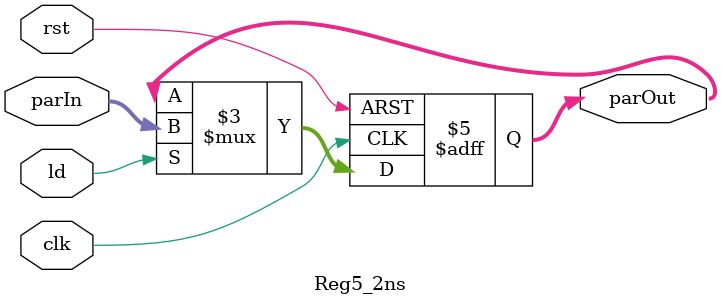
<source format=v>
`timescale 1ns/1ns
module Reg5_2ns(input clk, rst, ld, input [4:0] parIn, output reg [4:0] parOut);
    always @(posedge clk, posedge rst) begin
        #2
        if(rst) parOut = 5'b0;
        else if(ld) parOut = parIn;
        else parOut = parOut;
    end
endmodule
</source>
